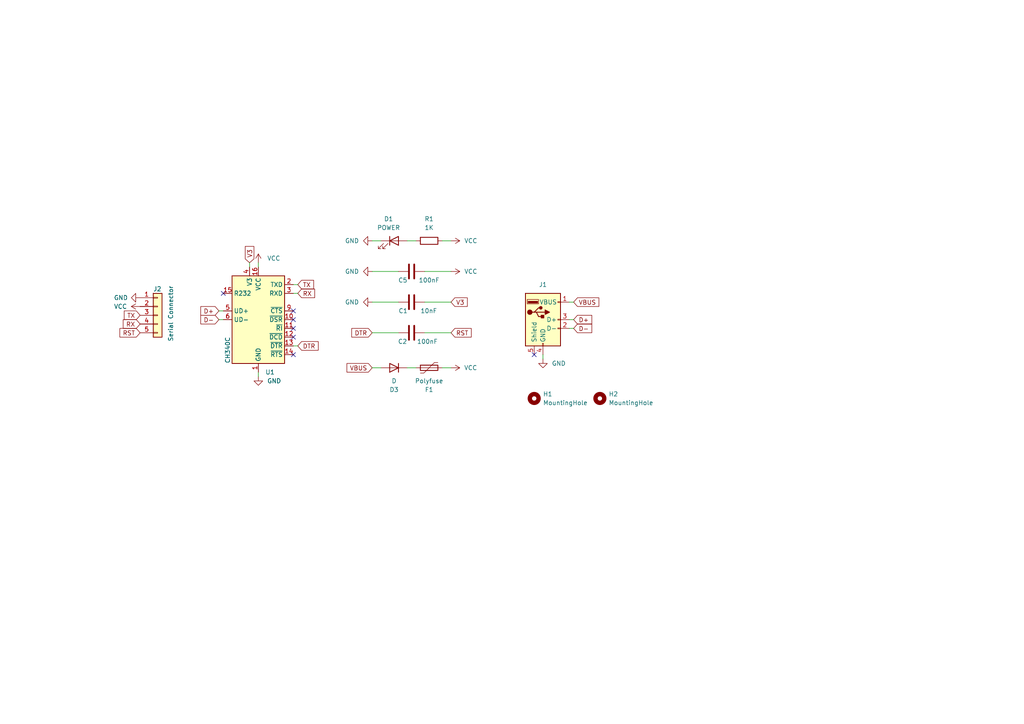
<source format=kicad_sch>
(kicad_sch (version 20230121) (generator eeschema)
  (paper "A4")
  (lib_symbols
    (symbol "Connector:USB_A" (pin_names (offset 1.016))
      (property "Reference" "J" (at -5.08 11.43 0))
      (property "Value" "USB_A" (at -5.08 8.89 0))
      (symbol "USB_A_0_1"
        (rectangle (start -5.08 -7.62) (end 5.08 7.62) (stroke (width 0.254)) (fill (type background)))
        (circle (center -3.81 2.159) (radius 0.635) (stroke (width 0.254)) (fill (type outline)))
        (rectangle (start -1.524 4.826) (end -4.318 5.334) (fill (type outline)))
        (rectangle (start -1.27 4.572) (end -4.572 5.842))
        (circle (center -0.635 3.429) (radius 0.381) (stroke (width 0.254)) (fill (type outline)))
        (rectangle (start -0.127 -7.62) (end 0.127 -6.858))
        (polyline (pts (xy -3.175 2.159) (xy -2.54 2.159) (xy -1.27 3.429) (xy -0.635 3.429)) (stroke (width 0.254)))
        (polyline (pts (xy -2.54 2.159) (xy -1.905 2.159) (xy -1.27 0.889) (xy 0 0.889)) (stroke (width 0.254)))
        (polyline (pts (xy 0.635 2.794) (xy 0.635 1.524) (xy 1.905 2.159) (xy 0.635 2.794)) (stroke (width 0.254)) (fill (type outline)))
        (rectangle (start 0.254 1.27) (end -0.508 0.508) (stroke (width 0.254)) (fill (type outline)))
        (rectangle (start 5.08 -2.667) (end 4.318 -2.413))
        (rectangle (start 5.08 -0.127) (end 4.318 0.127))
        (rectangle (start 5.08 4.953) (end 4.318 5.207))
      )
      (symbol "USB_A_1_1"
        (polyline (pts (xy -1.905 2.159) (xy 0.635 2.159)) (stroke (width 0.254)))
        (pin power_in line (at 7.62 5.08 180) (length 2.54) (name "VBUS") (number "1"))
        (pin bidirectional line (at 7.62 -2.54 180) (length 2.54) (name "D-") (number "2"))
        (pin bidirectional line (at 7.62 0 180) (length 2.54) (name "D+") (number "3"))
        (pin power_in line (at 0 -10.16 90) (length 2.54) (name "GND") (number "4"))
        (pin passive line (at -2.54 -10.16 90) (length 2.54) (name "Shield") (number "5"))
      )
    )
    (symbol "Connector_Generic:Conn_01x05" (pin_names (offset 1.016) hide)
      (property "Reference" "J" (at 0 7.62 0))
      (property "Value" "Conn_01x05" (at 0 -7.62 0))
      (symbol "Conn_01x05_1_1"
        (rectangle (start -1.27 -4.953) (end 0 -5.207) (stroke (width 0.1524)))
        (rectangle (start -1.27 -2.413) (end 0 -2.667) (stroke (width 0.1524)))
        (rectangle (start -1.27 0.127) (end 0 -0.127) (stroke (width 0.1524)))
        (rectangle (start -1.27 2.667) (end 0 2.413) (stroke (width 0.1524)))
        (rectangle (start -1.27 5.207) (end 0 4.953) (stroke (width 0.1524)))
        (rectangle (start -1.27 6.35) (end 1.27 -6.35) (stroke (width 0.254)) (fill (type background)))
        (pin passive line (at -5.08 5.08 0) (length 3.81) (name "Pin_1") (number "1"))
        (pin passive line (at -5.08 2.54 0) (length 3.81) (name "Pin_2") (number "2"))
        (pin passive line (at -5.08 0 0) (length 3.81) (name "Pin_3") (number "3"))
        (pin passive line (at -5.08 -2.54 0) (length 3.81) (name "Pin_4") (number "4"))
        (pin passive line (at -5.08 -5.08 0) (length 3.81) (name "Pin_5") (number "5"))
      )
    )
    (symbol "Device:C" (pin_numbers hide) (pin_names (offset 0.254))
      (property "Reference" "C" (at 0.635 2.54 0))
      (property "Value" "C" (at 0.635 -2.54 0))
      (symbol "C_0_1"
        (polyline (pts (xy -2.032 -0.762) (xy 2.032 -0.762)) (stroke (width 0.508)))
        (polyline (pts (xy -2.032 0.762) (xy 2.032 0.762)) (stroke (width 0.508)))
      )
      (symbol "C_1_1"
        (pin passive line (at 0 3.81 270) (length 2.794) (name "~") (number "1"))
        (pin passive line (at 0 -3.81 90) (length 2.794) (name "~") (number "2"))
      )
    )
    (symbol "Device:D" (pin_numbers hide) (pin_names (offset 1.016) hide)
      (property "Reference" "D" (at 0 2.54 0))
      (property "Value" "D" (at 0 -2.54 0))
      (symbol "D_0_1"
        (polyline (pts (xy -1.27 1.27) (xy -1.27 -1.27)) (stroke (width 0.254)))
        (polyline (pts (xy 1.27 0) (xy -1.27 0)))
        (polyline (pts (xy 1.27 1.27) (xy 1.27 -1.27) (xy -1.27 0) (xy 1.27 1.27)) (stroke (width 0.254)))
      )
      (symbol "D_1_1"
        (pin passive line (at -3.81 0 0) (length 2.54) (name "K") (number "1"))
        (pin passive line (at 3.81 0 180) (length 2.54) (name "A") (number "2"))
      )
    )
    (symbol "Device:LED" (pin_numbers hide) (pin_names (offset 1.016) hide)
      (property "Reference" "D" (at 0 2.54 0))
      (property "Value" "LED" (at 0 -2.54 0))
      (symbol "LED_0_1"
        (polyline (pts (xy -1.27 -1.27) (xy -1.27 1.27)) (stroke (width 0.254)))
        (polyline (pts (xy -1.27 0) (xy 1.27 0)))
        (polyline (pts (xy 1.27 -1.27) (xy 1.27 1.27) (xy -1.27 0) (xy 1.27 -1.27)) (stroke (width 0.254)))
        (polyline (pts (xy -3.048 -0.762) (xy -4.572 -2.286) (xy -3.81 -2.286) (xy -4.572 -2.286) (xy -4.572 -1.524)))
        (polyline (pts (xy -1.778 -0.762) (xy -3.302 -2.286) (xy -2.54 -2.286) (xy -3.302 -2.286) (xy -3.302 -1.524)))
      )
      (symbol "LED_1_1"
        (pin passive line (at -3.81 0 0) (length 2.54) (name "K") (number "1"))
        (pin passive line (at 3.81 0 180) (length 2.54) (name "A") (number "2"))
      )
    )
    (symbol "Device:Polyfuse" (pin_numbers hide) (pin_names (offset 0))
      (property "Reference" "F" (at -2.54 0 90))
      (property "Value" "Polyfuse" (at 2.54 0 90))
      (symbol "Polyfuse_0_1"
        (rectangle (start -0.762 2.54) (end 0.762 -2.54) (stroke (width 0.254)))
        (polyline (pts (xy 0 2.54) (xy 0 -2.54)))
        (polyline (pts (xy -1.524 2.54) (xy -1.524 1.524) (xy 1.524 -1.524) (xy 1.524 -2.54)))
      )
      (symbol "Polyfuse_1_1"
        (pin passive line (at 0 3.81 270) (length 1.27) (name "~") (number "1"))
        (pin passive line (at 0 -3.81 90) (length 1.27) (name "~") (number "2"))
      )
    )
    (symbol "Device:R" (pin_numbers hide) (pin_names (offset 0))
      (property "Reference" "R" (at 2.032 0 90))
      (property "Value" "R" (at 0 0 90))
      (symbol "R_0_1"
        (rectangle (start -1.016 -2.54) (end 1.016 2.54) (stroke (width 0.254)))
      )
      (symbol "R_1_1"
        (pin passive line (at 0 3.81 270) (length 1.27) (name "~") (number "1"))
        (pin passive line (at 0 -3.81 90) (length 1.27) (name "~") (number "2"))
      )
    )
    (symbol "Interface_USB:CH340C"
      (property "Reference" "U" (at -5.08 13.97 0))
      (property "Value" "CH340C" (at 1.27 13.97 0))
      (symbol "CH340C_0_1"
        (rectangle (start -7.62 12.7) (end 7.62 -12.7) (stroke (width 0.254)) (fill (type background)))
      )
      (symbol "CH340C_1_1"
        (pin power_in line (at 0 -15.24 90) (length 2.54) (name "GND") (number "1"))
        (pin input line (at 10.16 0 180) (length 2.54) (name "~{DSR}") (number "10"))
        (pin input line (at 10.16 -2.54 180) (length 2.54) (name "~{RI}") (number "11"))
        (pin input line (at 10.16 -5.08 180) (length 2.54) (name "~{DCD}") (number "12"))
        (pin output line (at 10.16 -7.62 180) (length 2.54) (name "~{DTR}") (number "13"))
        (pin output line (at 10.16 -10.16 180) (length 2.54) (name "~{RTS}") (number "14"))
        (pin input line (at -10.16 7.62 0) (length 2.54) (name "R232") (number "15"))
        (pin power_in line (at 0 15.24 270) (length 2.54) (name "VCC") (number "16"))
        (pin output line (at 10.16 10.16 180) (length 2.54) (name "TXD") (number "2"))
        (pin input line (at 10.16 7.62 180) (length 2.54) (name "RXD") (number "3"))
        (pin passive line (at -2.54 15.24 270) (length 2.54) (name "V3") (number "4"))
        (pin bidirectional line (at -10.16 2.54 0) (length 2.54) (name "UD+") (number "5"))
        (pin bidirectional line (at -10.16 0 0) (length 2.54) (name "UD-") (number "6"))
        (pin no_connect line (at -7.62 -7.62 0) (length 2.54) hide (name "NC") (number "7"))
        (pin no_connect line (at -7.62 -10.16 0) (length 2.54) hide (name "NC") (number "8"))
        (pin input line (at 10.16 2.54 180) (length 2.54) (name "~{CTS}") (number "9"))
      )
    )
    (symbol "Mechanical:MountingHole" (pin_names (offset 1.016))
      (property "Reference" "H" (at 0 5.08 0))
      (property "Value" "MountingHole" (at 0 3.175 0))
      (symbol "MountingHole_0_1"
        (circle (center 0 0) (radius 1.27) (stroke (width 1.27)))
      )
    )
    (symbol "power:GND" (power) (pin_names (offset 0))
      (property "Value" "GND" (at 0 -3.81 0))
      (symbol "GND_0_1"
        (polyline (pts (xy 0 0) (xy 0 -1.27) (xy 1.27 -1.27) (xy 0 -2.54) (xy -1.27 -1.27) (xy 0 -1.27)))
      )
      (symbol "GND_1_1"
        (pin power_in line (at 0 0 270) (length 0) hide (name "GND") (number "1"))
      )
    )
    (symbol "power:VCC" (power) (pin_names (offset 0))
      (property "Value" "VCC" (at 0 3.81 0))
      (symbol "VCC_0_1"
        (polyline (pts (xy -0.762 1.27) (xy 0 2.54)))
        (polyline (pts (xy 0 0) (xy 0 2.54)))
        (polyline (pts (xy 0 2.54) (xy 0.762 1.27)))
      )
      (symbol "VCC_1_1"
        (pin power_in line (at 0 0 90) (length 0) hide (name "VCC") (number "1"))
      )
    )
  )
  (no_connect (at 85.09 92.71))
  (no_connect (at 85.09 102.87))
  (no_connect (at 85.09 95.25))
  (no_connect (at 85.09 90.17))
  (no_connect (at 64.77 85.09))
  (no_connect (at 85.09 97.79))
  (no_connect (at 154.94 102.87))
  (wire (pts (xy 63.5 90.17) (xy 64.77 90.17)))
  (wire (pts (xy 85.09 82.55) (xy 86.36 82.55)))
  (wire (pts (xy 157.48 102.87) (xy 157.48 104.14)))
  (wire (pts (xy 107.95 78.74) (xy 115.57 78.74)))
  (wire (pts (xy 165.1 87.63) (xy 166.37 87.63)))
  (wire (pts (xy 130.81 106.68) (xy 128.27 106.68)))
  (wire (pts (xy 63.5 92.71) (xy 64.77 92.71)))
  (wire (pts (xy 128.27 69.85) (xy 130.81 69.85)))
  (wire (pts (xy 123.19 87.63) (xy 130.81 87.63)))
  (wire (pts (xy 85.09 85.09) (xy 86.36 85.09)))
  (wire (pts (xy 123.19 78.74) (xy 130.81 78.74)))
  (wire (pts (xy 85.09 100.33) (xy 86.36 100.33)))
  (wire (pts (xy 72.39 76.2) (xy 72.39 77.47)))
  (wire (pts (xy 107.95 96.52) (xy 115.57 96.52)))
  (wire (pts (xy 165.1 95.25) (xy 166.37 95.25)))
  (wire (pts (xy 123.19 96.52) (xy 130.81 96.52)))
  (wire (pts (xy 118.11 69.85) (xy 120.65 69.85)))
  (wire (pts (xy 165.1 92.71) (xy 166.37 92.71)))
  (wire (pts (xy 107.95 87.63) (xy 115.57 87.63)))
  (wire (pts (xy 120.65 106.68) (xy 118.11 106.68)))
  (wire (pts (xy 107.95 69.85) (xy 110.49 69.85)))
  (wire (pts (xy 74.93 107.95) (xy 74.93 109.22)))
  (wire (pts (xy 110.49 106.68) (xy 107.95 106.68)))
  (wire (pts (xy 74.93 76.2) (xy 74.93 77.47)))
  (global_label "RX" (shape input) (at 40.64 93.98 180) (property "Intersheetrefs" "${INTERSHEET_REFS}" (effects hide)))
  (global_label "V3" (shape input) (at 130.81 87.63 0) (property "Intersheetrefs" "${INTERSHEET_REFS}" (effects hide)))
  (global_label "RST" (shape input) (at 130.81 96.52 0) (property "Intersheetrefs" "${INTERSHEET_REFS}" (effects hide)))
  (global_label "D-" (shape input) (at 166.37 95.25 0) (property "Intersheetrefs" "${INTERSHEET_REFS}" (effects hide)))
  (global_label "DTR" (shape input) (at 86.36 100.33 0) (property "Intersheetrefs" "${INTERSHEET_REFS}" (effects hide)))
  (global_label "D+" (shape input) (at 63.5 90.17 180) (property "Intersheetrefs" "${INTERSHEET_REFS}" (effects hide)))
  (global_label "VBUS" (shape input) (at 166.37 87.63 0) (property "Intersheetrefs" "${INTERSHEET_REFS}" (effects hide)))
  (global_label "TX" (shape input) (at 40.64 91.44 180) (property "Intersheetrefs" "${INTERSHEET_REFS}" (effects hide)))
  (global_label "VBUS" (shape input) (at 107.95 106.68 180) (property "Intersheetrefs" "${INTERSHEET_REFS}" (effects hide)))
  (global_label "D+" (shape input) (at 166.37 92.71 0) (property "Intersheetrefs" "${INTERSHEET_REFS}" (effects hide)))
  (global_label "D-" (shape input) (at 63.5 92.71 180) (property "Intersheetrefs" "${INTERSHEET_REFS}" (effects hide)))
  (global_label "RX" (shape input) (at 86.36 85.09 0) (property "Intersheetrefs" "${INTERSHEET_REFS}" (effects hide)))
  (global_label "RST" (shape input) (at 40.64 96.52 180) (property "Intersheetrefs" "${INTERSHEET_REFS}" (effects hide)))
  (global_label "DTR" (shape input) (at 107.95 96.52 180) (property "Intersheetrefs" "${INTERSHEET_REFS}" (effects hide)))
  (global_label "V3" (shape input) (at 72.39 76.2 90) (property "Intersheetrefs" "${INTERSHEET_REFS}" (effects hide)))
  (global_label "TX" (shape input) (at 86.36 82.55 0) (property "Intersheetrefs" "${INTERSHEET_REFS}" (effects hide)))
  (symbol (lib_id "power:GND") (at 107.95 87.63 270) (unit 1)
    (property "Reference" "#PWR01" (effects hide))
    (property "Value" "GND" (at 104.14 87.6299 90) (effects (justify right)))
  )
  (symbol (lib_id "Device:LED") (at 114.3 69.85 0) (unit 1)
    (property "Reference" "D1" (at 112.7125 63.5 0))
    (property "Value" "POWER" (at 112.7125 66.04 0))
    (property "Footprint" "Library:L1206" (effects hide))
  )
  (symbol (lib_id "power:VCC") (at 130.81 69.85 270) (unit 1)
    (property "Reference" "#PWR0102" (effects hide))
    (property "Value" "VCC" (at 134.62 69.8499 90) (effects (justify left)))
  )
  (symbol (lib_id "power:GND") (at 157.48 104.14 0) (unit 1)
    (property "Reference" "#PWR0107" (effects hide))
    (property "Value" "GND" (at 160.02 105.4099 0) (effects (justify left)))
  )
  (symbol (lib_id "Device:R") (at 124.46 69.85 90) (unit 1)
    (property "Reference" "R1" (at 124.46 63.5 90))
    (property "Value" "1K" (at 124.46 66.04 90))
    (property "Footprint" "Library:R1206" (effects hide))
  )
  (symbol (lib_id "power:VCC") (at 130.81 106.68 270) (unit 1)
    (property "Reference" "#PWR0131" (effects hide))
    (property "Value" "VCC" (at 138.43 106.68 90) (effects (justify right)))
  )
  (symbol (lib_id "Mechanical:MountingHole") (at 154.94 115.57 0) (unit 1)
    (property "Reference" "H1" (at 157.48 114.2999 0) (effects (justify left)))
    (property "Value" "MountingHole" (at 157.48 116.8399 0) (effects (justify left)))
    (property "Footprint" "MountingHole:MountingHole_2.2mm_M2_DIN965" (effects hide))
  )
  (symbol (lib_id "power:VCC") (at 74.93 76.2 0) (unit 1)
    (property "Reference" "#PWR0103" (effects hide))
    (property "Value" "VCC" (at 77.47 74.9299 0) (effects (justify left)))
  )
  (symbol (lib_id "Interface_USB:CH340C") (at 74.93 92.71 0) (unit 1)
    (property "Reference" "U1" (at 76.9494 107.95 0) (effects (justify left)))
    (property "Value" "CH340C" (at 66.04 105.41 90) (effects (justify left)))
    (property "Footprint" "Package_SO:SOIC-16_3.9x9.9mm_P1.27mm" (effects hide))
    (property "Datasheet" "https://datasheet.lcsc.com/szlcsc/Jiangsu-Qin-Heng-CH340C_C84681.pdf" (effects hide))
  )
  (symbol (lib_id "Connector:USB_A") (at 157.48 92.71 0) (unit 1)
    (property "Reference" "J1" (at 157.48 82.55 0))
    (property "Value" "USB_A" (effects hide))
    (property "Footprint" "Library:USB_Micro-B" (effects hide))
    (property "Datasheet" " ~" (effects hide))
  )
  (symbol (lib_id "power:GND") (at 74.93 109.22 0) (unit 1)
    (property "Reference" "#PWR0105" (effects hide))
    (property "Value" "GND" (at 77.47 110.4899 0) (effects (justify left)))
  )
  (symbol (lib_id "Device:D") (at 114.3 106.68 180) (unit 1)
    (property "Reference" "D3" (at 114.3 113.03 0))
    (property "Value" "D" (at 114.3 110.49 0))
    (property "Footprint" "Library:D1206" (effects hide))
  )
  (symbol (lib_id "Device:Polyfuse") (at 124.46 106.68 270) (unit 1)
    (property "Reference" "F1" (at 124.46 113.03 90))
    (property "Value" "Polyfuse" (at 124.46 110.49 90))
    (property "Footprint" "Library:F1206" (effects hide))
  )
  (symbol (lib_id "Mechanical:MountingHole") (at 173.99 115.57 0) (unit 1)
    (property "Reference" "H2" (at 176.53 114.2999 0) (effects (justify left)))
    (property "Value" "MountingHole" (at 176.53 116.8399 0) (effects (justify left)))
    (property "Footprint" "MountingHole:MountingHole_2.2mm_M2_DIN965" (effects hide))
  )
  (symbol (lib_id "power:GND") (at 107.95 78.74 270) (unit 1)
    (property "Reference" "#PWR0128" (effects hide))
    (property "Value" "GND" (at 104.14 78.7399 90) (effects (justify right)))
  )
  (symbol (lib_id "power:GND") (at 107.95 69.85 270) (unit 1)
    (property "Reference" "#PWR0101" (effects hide))
    (property "Value" "GND" (at 104.14 69.8499 90) (effects (justify right)))
  )
  (symbol (lib_id "Connector_Generic:Conn_01x05") (at 45.72 91.44 0) (unit 1)
    (property "Reference" "J2" (at 44.45 83.82 0) (effects (justify left)))
    (property "Value" "Serial Connector" (at 49.53 99.06 90) (effects (justify left)))
    (property "Footprint" "Connector_PinHeader_2.54mm:PinHeader_1x05_P2.54mm_Vertical" (effects hide))
  )
  (symbol (lib_id "power:VCC") (at 40.64 88.9 90) (mirror x) (unit 1)
    (property "Reference" "#PWR0106" (effects hide))
    (property "Value" "VCC" (at 33.02 88.9 90) (effects (justify right)))
  )
  (symbol (lib_id "Device:C") (at 119.38 87.63 270) (unit 1)
    (property "Reference" "C1" (at 115.57 90.17 90) (effects (justify left)))
    (property "Value" "10nF" (at 121.92 90.17 90) (effects (justify left)))
    (property "Footprint" "Library:C1206" (effects hide))
  )
  (symbol (lib_id "power:GND") (at 40.64 86.36 270) (unit 1)
    (property "Reference" "#PWR0126" (effects hide))
    (property "Value" "GND" (at 33.02 86.36 90) (effects (justify left)))
  )
  (symbol (lib_id "Device:C") (at 119.38 78.74 270) (unit 1)
    (property "Reference" "C5" (at 116.84 81.28 90))
    (property "Value" "100nF" (at 124.46 81.28 90))
    (property "Footprint" "Library:C1206" (effects hide))
  )
  (symbol (lib_id "power:VCC") (at 130.81 78.74 270) (unit 1)
    (property "Reference" "#PWR0127" (effects hide))
    (property "Value" "VCC" (at 134.62 78.7399 90) (effects (justify left)))
  )
  (symbol (lib_id "Device:C") (at 119.38 96.52 90) (unit 1)
    (property "Reference" "C2" (at 118.11 99.06 90) (effects (justify left)))
    (property "Value" "100nF" (at 127 99.06 90) (effects (justify left)))
    (property "Footprint" "Library:C1206" (effects hide))
  )
)
</source>
